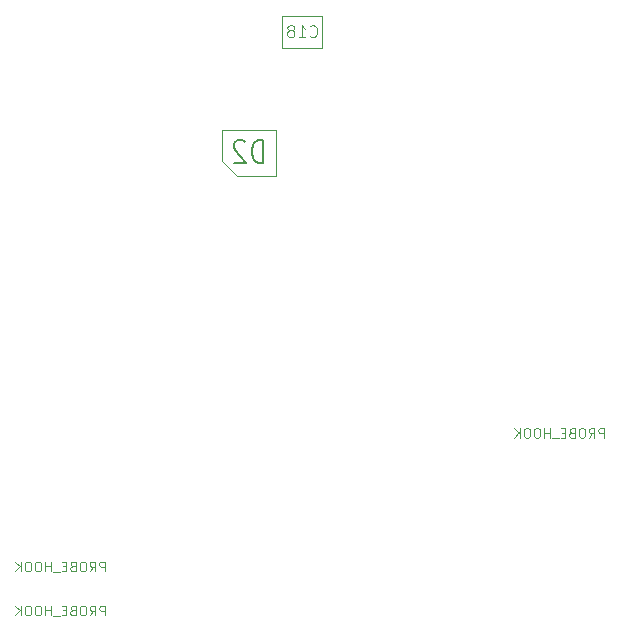
<source format=gbr>
G04 #@! TF.FileFunction,Other,Fab,Bot*
%FSLAX46Y46*%
G04 Gerber Fmt 4.6, Leading zero omitted, Abs format (unit mm)*
G04 Created by KiCad (PCBNEW (2016-11-21 revision f7cc0a9)-makepkg) date 06/05/17 10:20:10*
%MOMM*%
%LPD*%
G01*
G04 APERTURE LIST*
%ADD10C,0.100000*%
%ADD11C,0.120000*%
%ADD12C,0.200000*%
G04 APERTURE END LIST*
D10*
D11*
X124950000Y-52650000D02*
X121550000Y-52650000D01*
X124950000Y-55350000D02*
X124950000Y-52650000D01*
X121550000Y-55350000D02*
X124950000Y-55350000D01*
X121550000Y-52650000D02*
X121550000Y-55350000D01*
X121040000Y-62280000D02*
X116460000Y-62280000D01*
X121040000Y-66220000D02*
X121040000Y-62280000D01*
X117730000Y-66220000D02*
X121040000Y-66220000D01*
X116460000Y-64950000D02*
X117730000Y-66220000D01*
X116460000Y-62280000D02*
X116460000Y-64950000D01*
X123892857Y-54357142D02*
X123940476Y-54404761D01*
X124083333Y-54452380D01*
X124178571Y-54452380D01*
X124321428Y-54404761D01*
X124416666Y-54309523D01*
X124464285Y-54214285D01*
X124511904Y-54023809D01*
X124511904Y-53880952D01*
X124464285Y-53690476D01*
X124416666Y-53595238D01*
X124321428Y-53500000D01*
X124178571Y-53452380D01*
X124083333Y-53452380D01*
X123940476Y-53500000D01*
X123892857Y-53547619D01*
X122940476Y-54452380D02*
X123511904Y-54452380D01*
X123226190Y-54452380D02*
X123226190Y-53452380D01*
X123321428Y-53595238D01*
X123416666Y-53690476D01*
X123511904Y-53738095D01*
X122369047Y-53880952D02*
X122464285Y-53833333D01*
X122511904Y-53785714D01*
X122559523Y-53690476D01*
X122559523Y-53642857D01*
X122511904Y-53547619D01*
X122464285Y-53500000D01*
X122369047Y-53452380D01*
X122178571Y-53452380D01*
X122083333Y-53500000D01*
X122035714Y-53547619D01*
X121988095Y-53642857D01*
X121988095Y-53690476D01*
X122035714Y-53785714D01*
X122083333Y-53833333D01*
X122178571Y-53880952D01*
X122369047Y-53880952D01*
X122464285Y-53928571D01*
X122511904Y-53976190D01*
X122559523Y-54071428D01*
X122559523Y-54261904D01*
X122511904Y-54357142D01*
X122464285Y-54404761D01*
X122369047Y-54452380D01*
X122178571Y-54452380D01*
X122083333Y-54404761D01*
X122035714Y-54357142D01*
X121988095Y-54261904D01*
X121988095Y-54071428D01*
X122035714Y-53976190D01*
X122083333Y-53928571D01*
X122178571Y-53880952D01*
D12*
X119930952Y-65154761D02*
X119930952Y-63154761D01*
X119550000Y-63154761D01*
X119321428Y-63250000D01*
X119169047Y-63440476D01*
X119092857Y-63630952D01*
X119016666Y-64011904D01*
X119016666Y-64297619D01*
X119092857Y-64678571D01*
X119169047Y-64869047D01*
X119321428Y-65059523D01*
X119550000Y-65154761D01*
X119930952Y-65154761D01*
X118407142Y-63345238D02*
X118330952Y-63250000D01*
X118178571Y-63154761D01*
X117797619Y-63154761D01*
X117645238Y-63250000D01*
X117569047Y-63345238D01*
X117492857Y-63535714D01*
X117492857Y-63726190D01*
X117569047Y-64011904D01*
X118483333Y-65154761D01*
X117492857Y-65154761D01*
D11*
X106502380Y-99661904D02*
X106502380Y-98861904D01*
X106197619Y-98861904D01*
X106121428Y-98900000D01*
X106083333Y-98938095D01*
X106045238Y-99014285D01*
X106045238Y-99128571D01*
X106083333Y-99204761D01*
X106121428Y-99242857D01*
X106197619Y-99280952D01*
X106502380Y-99280952D01*
X105245238Y-99661904D02*
X105511904Y-99280952D01*
X105702380Y-99661904D02*
X105702380Y-98861904D01*
X105397619Y-98861904D01*
X105321428Y-98900000D01*
X105283333Y-98938095D01*
X105245238Y-99014285D01*
X105245238Y-99128571D01*
X105283333Y-99204761D01*
X105321428Y-99242857D01*
X105397619Y-99280952D01*
X105702380Y-99280952D01*
X104750000Y-98861904D02*
X104597619Y-98861904D01*
X104521428Y-98900000D01*
X104445238Y-98976190D01*
X104407142Y-99128571D01*
X104407142Y-99395238D01*
X104445238Y-99547619D01*
X104521428Y-99623809D01*
X104597619Y-99661904D01*
X104750000Y-99661904D01*
X104826190Y-99623809D01*
X104902380Y-99547619D01*
X104940476Y-99395238D01*
X104940476Y-99128571D01*
X104902380Y-98976190D01*
X104826190Y-98900000D01*
X104750000Y-98861904D01*
X103797619Y-99242857D02*
X103683333Y-99280952D01*
X103645238Y-99319047D01*
X103607142Y-99395238D01*
X103607142Y-99509523D01*
X103645238Y-99585714D01*
X103683333Y-99623809D01*
X103759523Y-99661904D01*
X104064285Y-99661904D01*
X104064285Y-98861904D01*
X103797619Y-98861904D01*
X103721428Y-98900000D01*
X103683333Y-98938095D01*
X103645238Y-99014285D01*
X103645238Y-99090476D01*
X103683333Y-99166666D01*
X103721428Y-99204761D01*
X103797619Y-99242857D01*
X104064285Y-99242857D01*
X103264285Y-99242857D02*
X102997619Y-99242857D01*
X102883333Y-99661904D02*
X103264285Y-99661904D01*
X103264285Y-98861904D01*
X102883333Y-98861904D01*
X102730952Y-99738095D02*
X102121428Y-99738095D01*
X101930952Y-99661904D02*
X101930952Y-98861904D01*
X101930952Y-99242857D02*
X101473809Y-99242857D01*
X101473809Y-99661904D02*
X101473809Y-98861904D01*
X100940476Y-98861904D02*
X100788095Y-98861904D01*
X100711904Y-98900000D01*
X100635714Y-98976190D01*
X100597619Y-99128571D01*
X100597619Y-99395238D01*
X100635714Y-99547619D01*
X100711904Y-99623809D01*
X100788095Y-99661904D01*
X100940476Y-99661904D01*
X101016666Y-99623809D01*
X101092857Y-99547619D01*
X101130952Y-99395238D01*
X101130952Y-99128571D01*
X101092857Y-98976190D01*
X101016666Y-98900000D01*
X100940476Y-98861904D01*
X100102380Y-98861904D02*
X99950000Y-98861904D01*
X99873809Y-98900000D01*
X99797619Y-98976190D01*
X99759523Y-99128571D01*
X99759523Y-99395238D01*
X99797619Y-99547619D01*
X99873809Y-99623809D01*
X99950000Y-99661904D01*
X100102380Y-99661904D01*
X100178571Y-99623809D01*
X100254761Y-99547619D01*
X100292857Y-99395238D01*
X100292857Y-99128571D01*
X100254761Y-98976190D01*
X100178571Y-98900000D01*
X100102380Y-98861904D01*
X99416666Y-99661904D02*
X99416666Y-98861904D01*
X98959523Y-99661904D02*
X99302380Y-99204761D01*
X98959523Y-98861904D02*
X99416666Y-99319047D01*
X148752380Y-88361904D02*
X148752380Y-87561904D01*
X148447619Y-87561904D01*
X148371428Y-87600000D01*
X148333333Y-87638095D01*
X148295238Y-87714285D01*
X148295238Y-87828571D01*
X148333333Y-87904761D01*
X148371428Y-87942857D01*
X148447619Y-87980952D01*
X148752380Y-87980952D01*
X147495238Y-88361904D02*
X147761904Y-87980952D01*
X147952380Y-88361904D02*
X147952380Y-87561904D01*
X147647619Y-87561904D01*
X147571428Y-87600000D01*
X147533333Y-87638095D01*
X147495238Y-87714285D01*
X147495238Y-87828571D01*
X147533333Y-87904761D01*
X147571428Y-87942857D01*
X147647619Y-87980952D01*
X147952380Y-87980952D01*
X147000000Y-87561904D02*
X146847619Y-87561904D01*
X146771428Y-87600000D01*
X146695238Y-87676190D01*
X146657142Y-87828571D01*
X146657142Y-88095238D01*
X146695238Y-88247619D01*
X146771428Y-88323809D01*
X146847619Y-88361904D01*
X147000000Y-88361904D01*
X147076190Y-88323809D01*
X147152380Y-88247619D01*
X147190476Y-88095238D01*
X147190476Y-87828571D01*
X147152380Y-87676190D01*
X147076190Y-87600000D01*
X147000000Y-87561904D01*
X146047619Y-87942857D02*
X145933333Y-87980952D01*
X145895238Y-88019047D01*
X145857142Y-88095238D01*
X145857142Y-88209523D01*
X145895238Y-88285714D01*
X145933333Y-88323809D01*
X146009523Y-88361904D01*
X146314285Y-88361904D01*
X146314285Y-87561904D01*
X146047619Y-87561904D01*
X145971428Y-87600000D01*
X145933333Y-87638095D01*
X145895238Y-87714285D01*
X145895238Y-87790476D01*
X145933333Y-87866666D01*
X145971428Y-87904761D01*
X146047619Y-87942857D01*
X146314285Y-87942857D01*
X145514285Y-87942857D02*
X145247619Y-87942857D01*
X145133333Y-88361904D02*
X145514285Y-88361904D01*
X145514285Y-87561904D01*
X145133333Y-87561904D01*
X144980952Y-88438095D02*
X144371428Y-88438095D01*
X144180952Y-88361904D02*
X144180952Y-87561904D01*
X144180952Y-87942857D02*
X143723809Y-87942857D01*
X143723809Y-88361904D02*
X143723809Y-87561904D01*
X143190476Y-87561904D02*
X143038095Y-87561904D01*
X142961904Y-87600000D01*
X142885714Y-87676190D01*
X142847619Y-87828571D01*
X142847619Y-88095238D01*
X142885714Y-88247619D01*
X142961904Y-88323809D01*
X143038095Y-88361904D01*
X143190476Y-88361904D01*
X143266666Y-88323809D01*
X143342857Y-88247619D01*
X143380952Y-88095238D01*
X143380952Y-87828571D01*
X143342857Y-87676190D01*
X143266666Y-87600000D01*
X143190476Y-87561904D01*
X142352380Y-87561904D02*
X142200000Y-87561904D01*
X142123809Y-87600000D01*
X142047619Y-87676190D01*
X142009523Y-87828571D01*
X142009523Y-88095238D01*
X142047619Y-88247619D01*
X142123809Y-88323809D01*
X142200000Y-88361904D01*
X142352380Y-88361904D01*
X142428571Y-88323809D01*
X142504761Y-88247619D01*
X142542857Y-88095238D01*
X142542857Y-87828571D01*
X142504761Y-87676190D01*
X142428571Y-87600000D01*
X142352380Y-87561904D01*
X141666666Y-88361904D02*
X141666666Y-87561904D01*
X141209523Y-88361904D02*
X141552380Y-87904761D01*
X141209523Y-87561904D02*
X141666666Y-88019047D01*
X106502380Y-103411904D02*
X106502380Y-102611904D01*
X106197619Y-102611904D01*
X106121428Y-102650000D01*
X106083333Y-102688095D01*
X106045238Y-102764285D01*
X106045238Y-102878571D01*
X106083333Y-102954761D01*
X106121428Y-102992857D01*
X106197619Y-103030952D01*
X106502380Y-103030952D01*
X105245238Y-103411904D02*
X105511904Y-103030952D01*
X105702380Y-103411904D02*
X105702380Y-102611904D01*
X105397619Y-102611904D01*
X105321428Y-102650000D01*
X105283333Y-102688095D01*
X105245238Y-102764285D01*
X105245238Y-102878571D01*
X105283333Y-102954761D01*
X105321428Y-102992857D01*
X105397619Y-103030952D01*
X105702380Y-103030952D01*
X104750000Y-102611904D02*
X104597619Y-102611904D01*
X104521428Y-102650000D01*
X104445238Y-102726190D01*
X104407142Y-102878571D01*
X104407142Y-103145238D01*
X104445238Y-103297619D01*
X104521428Y-103373809D01*
X104597619Y-103411904D01*
X104750000Y-103411904D01*
X104826190Y-103373809D01*
X104902380Y-103297619D01*
X104940476Y-103145238D01*
X104940476Y-102878571D01*
X104902380Y-102726190D01*
X104826190Y-102650000D01*
X104750000Y-102611904D01*
X103797619Y-102992857D02*
X103683333Y-103030952D01*
X103645238Y-103069047D01*
X103607142Y-103145238D01*
X103607142Y-103259523D01*
X103645238Y-103335714D01*
X103683333Y-103373809D01*
X103759523Y-103411904D01*
X104064285Y-103411904D01*
X104064285Y-102611904D01*
X103797619Y-102611904D01*
X103721428Y-102650000D01*
X103683333Y-102688095D01*
X103645238Y-102764285D01*
X103645238Y-102840476D01*
X103683333Y-102916666D01*
X103721428Y-102954761D01*
X103797619Y-102992857D01*
X104064285Y-102992857D01*
X103264285Y-102992857D02*
X102997619Y-102992857D01*
X102883333Y-103411904D02*
X103264285Y-103411904D01*
X103264285Y-102611904D01*
X102883333Y-102611904D01*
X102730952Y-103488095D02*
X102121428Y-103488095D01*
X101930952Y-103411904D02*
X101930952Y-102611904D01*
X101930952Y-102992857D02*
X101473809Y-102992857D01*
X101473809Y-103411904D02*
X101473809Y-102611904D01*
X100940476Y-102611904D02*
X100788095Y-102611904D01*
X100711904Y-102650000D01*
X100635714Y-102726190D01*
X100597619Y-102878571D01*
X100597619Y-103145238D01*
X100635714Y-103297619D01*
X100711904Y-103373809D01*
X100788095Y-103411904D01*
X100940476Y-103411904D01*
X101016666Y-103373809D01*
X101092857Y-103297619D01*
X101130952Y-103145238D01*
X101130952Y-102878571D01*
X101092857Y-102726190D01*
X101016666Y-102650000D01*
X100940476Y-102611904D01*
X100102380Y-102611904D02*
X99950000Y-102611904D01*
X99873809Y-102650000D01*
X99797619Y-102726190D01*
X99759523Y-102878571D01*
X99759523Y-103145238D01*
X99797619Y-103297619D01*
X99873809Y-103373809D01*
X99950000Y-103411904D01*
X100102380Y-103411904D01*
X100178571Y-103373809D01*
X100254761Y-103297619D01*
X100292857Y-103145238D01*
X100292857Y-102878571D01*
X100254761Y-102726190D01*
X100178571Y-102650000D01*
X100102380Y-102611904D01*
X99416666Y-103411904D02*
X99416666Y-102611904D01*
X98959523Y-103411904D02*
X99302380Y-102954761D01*
X98959523Y-102611904D02*
X99416666Y-103069047D01*
M02*

</source>
